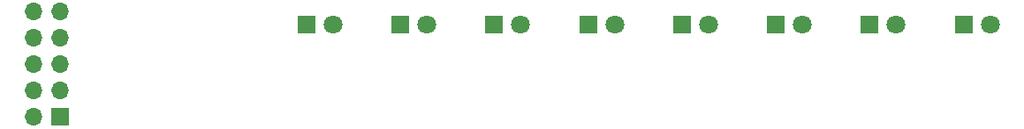
<source format=gbs>
G04 #@! TF.GenerationSoftware,KiCad,Pcbnew,(5.1.6-0-10_14)*
G04 #@! TF.CreationDate,2020-08-07T14:57:57+09:00*
G04 #@! TF.ProjectId,qPCR-ledarray_1x8,71504352-2d6c-4656-9461-727261795f31,rev?*
G04 #@! TF.SameCoordinates,Original*
G04 #@! TF.FileFunction,Soldermask,Bot*
G04 #@! TF.FilePolarity,Negative*
%FSLAX46Y46*%
G04 Gerber Fmt 4.6, Leading zero omitted, Abs format (unit mm)*
G04 Created by KiCad (PCBNEW (5.1.6-0-10_14)) date 2020-08-07 14:57:57*
%MOMM*%
%LPD*%
G01*
G04 APERTURE LIST*
%ADD10R,1.800000X1.800000*%
%ADD11C,1.800000*%
%ADD12O,1.700000X1.700000*%
%ADD13R,1.700000X1.700000*%
G04 APERTURE END LIST*
D10*
G04 #@! TO.C,D1*
X164730000Y-113500000D03*
D11*
X167270000Y-113500000D03*
G04 #@! TD*
G04 #@! TO.C,D2*
X158270000Y-113500000D03*
D10*
X155730000Y-113500000D03*
G04 #@! TD*
G04 #@! TO.C,D3*
X146730000Y-113500000D03*
D11*
X149270000Y-113500000D03*
G04 #@! TD*
G04 #@! TO.C,D4*
X140270000Y-113500000D03*
D10*
X137730000Y-113500000D03*
G04 #@! TD*
G04 #@! TO.C,D5*
X128730000Y-113500000D03*
D11*
X131270000Y-113500000D03*
G04 #@! TD*
G04 #@! TO.C,D6*
X122270000Y-113500000D03*
D10*
X119730000Y-113500000D03*
G04 #@! TD*
G04 #@! TO.C,D7*
X110730000Y-113500000D03*
D11*
X113270000Y-113500000D03*
G04 #@! TD*
G04 #@! TO.C,D8*
X104270000Y-113500000D03*
D10*
X101730000Y-113500000D03*
G04 #@! TD*
D12*
G04 #@! TO.C,U1*
X75564401Y-112270000D03*
X78104401Y-112270000D03*
X75564401Y-114810000D03*
X78104401Y-114810000D03*
X75564401Y-117350000D03*
X78104401Y-117350000D03*
X75564401Y-119890000D03*
X78104401Y-119890000D03*
X75564401Y-122430000D03*
D13*
X78104401Y-122430000D03*
G04 #@! TD*
M02*

</source>
